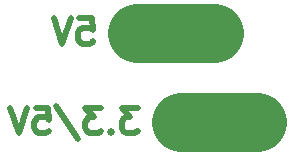
<source format=gbr>
G04 #@! TF.GenerationSoftware,KiCad,Pcbnew,(5.1.5)-3*
G04 #@! TF.CreationDate,2020-05-21T16:28:19-04:00*
G04 #@! TF.ProjectId,RS232_TTL_Female,52533233-325f-4545-944c-5f46656d616c,rev?*
G04 #@! TF.SameCoordinates,Original*
G04 #@! TF.FileFunction,Legend,Bot*
G04 #@! TF.FilePolarity,Positive*
%FSLAX46Y46*%
G04 Gerber Fmt 4.6, Leading zero omitted, Abs format (unit mm)*
G04 Created by KiCad (PCBNEW (5.1.5)-3) date 2020-05-21 16:28:19*
%MOMM*%
%LPD*%
G04 APERTURE LIST*
%ADD10C,5.000000*%
%ADD11C,0.539750*%
G04 APERTURE END LIST*
D10*
X91780000Y-40740000D02*
X85280000Y-40740000D01*
X88130000Y-33240000D02*
X81630000Y-33240000D01*
D11*
X86581714Y-34858107D02*
X87095761Y-34858107D01*
X87095761Y-31773821D01*
X86581714Y-31773821D01*
X81030000Y-34858107D02*
X80515952Y-34858107D01*
X80515952Y-31773821D01*
X81030000Y-31773821D01*
X76712000Y-31979440D02*
X77740095Y-31979440D01*
X77842904Y-33007535D01*
X77740095Y-32904726D01*
X77534476Y-32801916D01*
X77020428Y-32801916D01*
X76814809Y-32904726D01*
X76712000Y-33007535D01*
X76609190Y-33213154D01*
X76609190Y-33727202D01*
X76712000Y-33932821D01*
X76814809Y-34035630D01*
X77020428Y-34138440D01*
X77534476Y-34138440D01*
X77740095Y-34035630D01*
X77842904Y-33932821D01*
X75992333Y-31979440D02*
X75272666Y-34138440D01*
X74553000Y-31979440D01*
X90282857Y-42414607D02*
X90796904Y-42414607D01*
X90796904Y-39330321D01*
X90282857Y-39330321D01*
X84731142Y-42414607D02*
X84217095Y-42414607D01*
X84217095Y-39330321D01*
X84731142Y-39330321D01*
X81646857Y-39535940D02*
X80310333Y-39535940D01*
X81030000Y-40358416D01*
X80721571Y-40358416D01*
X80515952Y-40461226D01*
X80413142Y-40564035D01*
X80310333Y-40769654D01*
X80310333Y-41283702D01*
X80413142Y-41489321D01*
X80515952Y-41592130D01*
X80721571Y-41694940D01*
X81338428Y-41694940D01*
X81544047Y-41592130D01*
X81646857Y-41489321D01*
X79385047Y-41489321D02*
X79282238Y-41592130D01*
X79385047Y-41694940D01*
X79487857Y-41592130D01*
X79385047Y-41489321D01*
X79385047Y-41694940D01*
X78562571Y-39535940D02*
X77226047Y-39535940D01*
X77945714Y-40358416D01*
X77637285Y-40358416D01*
X77431666Y-40461226D01*
X77328857Y-40564035D01*
X77226047Y-40769654D01*
X77226047Y-41283702D01*
X77328857Y-41489321D01*
X77431666Y-41592130D01*
X77637285Y-41694940D01*
X78254142Y-41694940D01*
X78459761Y-41592130D01*
X78562571Y-41489321D01*
X74758619Y-39433130D02*
X76609190Y-42208988D01*
X73010857Y-39535940D02*
X74038952Y-39535940D01*
X74141761Y-40564035D01*
X74038952Y-40461226D01*
X73833333Y-40358416D01*
X73319285Y-40358416D01*
X73113666Y-40461226D01*
X73010857Y-40564035D01*
X72908047Y-40769654D01*
X72908047Y-41283702D01*
X73010857Y-41489321D01*
X73113666Y-41592130D01*
X73319285Y-41694940D01*
X73833333Y-41694940D01*
X74038952Y-41592130D01*
X74141761Y-41489321D01*
X72291190Y-39535940D02*
X71571523Y-41694940D01*
X70851857Y-39535940D01*
M02*

</source>
